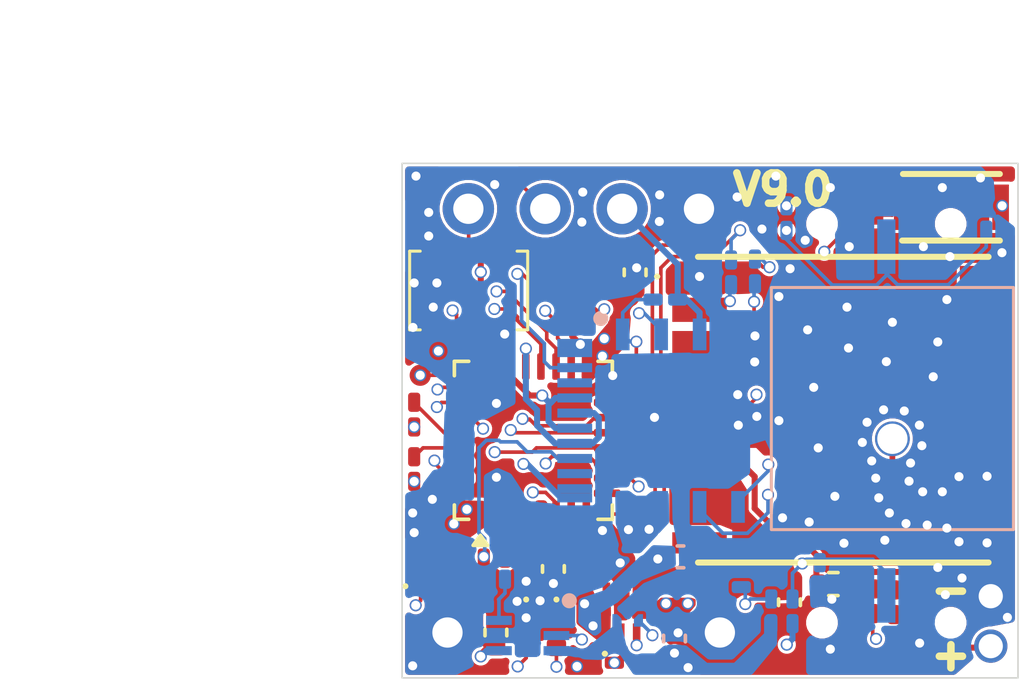
<source format=kicad_pcb>
(kicad_pcb (version 20241229) (generator "pcbnew") (generator_version "9.0")
  (layers (0 "F.Cu" signal) (4 "In1.Cu" signal) (6 "In2.Cu" signal) (8 "In3.Cu" signal) (10 "In4.Cu" signal) (2 "B.Cu" signal) (13 "F.Paste" user) (15 "B.Paste" user) (5 "F.SilkS" user "F.Silkscreen") (7 "B.SilkS" user "B.Silkscreen") (1 "F.Mask" user) (3 "B.Mask" user) (25 "Edge.Cuts" user))
  (net 0 "")
  (net 1 "+3.3V")
  (net 2 "vusb")
  (net 3 "/B1")
  (net 4 "/AUX_EN")
  (net 5 "3.3V_AUX")
  (net 6 "/USB_DETECT")
  (net 7 "Net-(U1-PB5)")
  (net 8 "/B_PW")
  (net 9 "Net-(U1-PB6)")
  (net 10 "BAT+")
  (net 11 "3.3V_GPS")
  (net 12 "/NRST")
  (net 13 "/D+")
  (net 16 "/D-")
  (net 22 "Net-(IC4-RXD)")
  (net 23 "Net-(IC4-TXD)")
  (net 25 "Net-(IC5-PROG)")
  (net 27 "/OLED_SCL")
  (net 28 "/OLED_SDA")
  (net 30 "Net-(LEDBLUE1-A)")
  (net 31 "Net-(LEDGREEN1-A)")
  (net 32 "/GPS_TX")
  (net 33 "/GPS_RX")
  (net 34 "/SPI_CS")
  (net 35 "/SWCLK")
  (net 36 "/SWDIO")
  (net 37 "/SPI_MISO")
  (net 38 "/SPI_CLK")
  (net 39 "/SPI_MOSI")
  (net 40 "/GPS_EN")
  (net 42 "Net-(U2-EN)")
  (net 43 "Net-(J3-CC1)")
  (net 44 "Net-(U1-PH3)")
  (net 45 "Net-(IC5-~{CHRG})")
  (net 46 "Net-(LEDRED1-A)")
  (net 47 "Net-(J3-CC2)")
  (net 48 "/GPS_EXTINT")
  (net 49 "/ADC_BAT")
  (net 52 "GND")
  (net 53 "Net-(IC4-RF_IN)")
  (net 54 "Net-(C8-Pad2)")
  (net 55 "/GPIO_SUP")
  (net 56 "Net-(IC4-V_BCKP)")
  (footprint "Capacitor_SMD:C_0201_0603Metric_Pad0.64x0.40mm_HandSolder" (layer "F.Cu") (at 100.8 95.1 -90)
    (property "Reference" "C13" (hide yes))
    (property "Value" "100n" (hide yes))
  )
  (footprint "Package_DFN_QFN:QFN-32-1EP_5x5mm_P0.5mm_EP3.45x3.45mm" (layer "F.Cu") (at 98.3375 100.65 90)
    (property "Reference" "U1" (hide yes))
    (property "Value" "STM32L432KCUx" (hide yes))
  )
  (footprint "Capacitor_SMD:C_0201_0603Metric_Pad0.64x0.40mm_HandSolder" (layer "F.Cu") (at 109.7 92.8 90)
    (property "Reference" "C18" (hide yes))
    (property "Value" "100n" (hide yes))
  )
  (footprint "Capacitor_SMD:C_0201_0603Metric_Pad0.64x0.40mm_HandSolder" (layer "F.Cu") (at 102.34 100.3 90)
    (property "Reference" "C25" (hide yes))
    (property "Value" "100n" (hide yes))
  )
  (footprint "Resistor_SMD:R_0201_0603Metric_Pad0.64x0.40mm_HandSolder" (layer "F.Cu") (at 110.95 106 -90)
    (property "Reference" "R10" (hide yes))
    (property "Value" "470k" (hide yes))
  )
  (footprint "Capacitor_SMD:C_0402_1005Metric" (layer "F.Cu") (at 97.1 107 90)
    (property "Reference" "C29" (hide yes))
    (property "Value" "1u" (hide yes))
  )
  (footprint "Capacitor_SMD:C_0402_1005Metric" (layer "F.Cu") (at 101.7 95.1 -90)
    (property "Reference" "C19" (hide yes))
    (property "Value" "4.7u" (hide yes))
  )
  (footprint "Resistor_SMD:R_0201_0603Metric_Pad0.64x0.40mm_HandSolder" (layer "F.Cu") (at 100.0325 96.5 180)
    (property "Reference" "R3" (hide yes))
    (property "Value" "470k" (hide yes))
  )
  (footprint "Resistor_SMD:R_0201_0603Metric_Pad0.64x0.40mm_HandSolder" (layer "F.Cu") (at 95.3 104.5)
    (property "Reference" "R4" (hide yes))
    (property "Value" "510R" (hide yes))
  )
  (footprint "samacsys:pad_0.7mm" (layer "F.Cu") (at 95.2 97.7)
    (property "Reference" "TP4" (hide yes))
    (property "Value" "SWDIO" (hide yes))
  )
  (footprint "Capacitor_SMD:C_0201_0603Metric_Pad0.64x0.40mm_HandSolder" (layer "F.Cu") (at 95.3 103.8)
    (property "Reference" "C10" (hide yes))
    (property "Value" "100n" (hide yes))
  )
  (footprint "Resistor_SMD:R_0201_0603Metric_Pad0.64x0.40mm_HandSolder" (layer "F.Cu") (at 94.4 101.6 -90)
    (property "Reference" "R2" (hide yes))
    (property "Value" "510R" (hide yes))
  )
  (footprint "Capacitor_SMD:C_0402_1005Metric" (layer "F.Cu") (at 99 104.9 90)
    (property "Reference" "C16" (hide yes))
    (property "Value" "1u" (hide yes))
  )
  (footprint "Resistor_SMD:R_0201_0603Metric_Pad0.64x0.40mm_HandSolder" (layer "F.Cu") (at 100.6075 108)
    (property "Reference" "R21" (hide yes))
    (property "Value" "100k" (hide yes))
  )
  (footprint "Capacitor_SMD:C_0201_0603Metric_Pad0.64x0.40mm_HandSolder" (layer "F.Cu") (at 97.4 104.95 90)
    (property "Reference" "C27" (hide yes))
    (property "Value" "100n" (hide yes))
  )
  (footprint "Capacitor_SMD:C_0201_0603Metric_Pad0.64x0.40mm_HandSolder" (layer "F.Cu") (at 98.1 104.95 90)
    (property "Reference" "C15" (hide yes))
    (property "Value" "10n" (hide yes))
  )
  (footprint "LED_SMD:LED_0402_1005Metric" (layer "F.Cu") (at 99.1 107 -90)
    (property "Reference" "LEDGREEN1" (hide yes))
    (property "Value" "150040GS73240" (hide yes))
  )
  (footprint "samacsys2:BAT_PAD_1mm" (layer "F.Cu") (at 113.45 107.45)
    (property "Reference" "TP2" (hide yes))
    (property "Value" "TestPoint" (hide yes))
  )
  (footprint "samacsys:KXT341LHS" (layer "F.Cu") (at 112.15 92.95)
    (property "Reference" "SW4" (hide yes))
    (property "Value" "boot" (hide yes))
  )
  (footprint "Resistor_SMD:R_0201_0603Metric_Pad0.64x0.40mm_HandSolder" (layer "F.Cu") (at 109 92.8 90)
    (property "Reference" "R6" (hide yes))
    (property "Value" "20k" (hide yes))
  )
  (footprint "Resistor_SMD:R_0201_0603Metric_Pad0.64x0.40mm_HandSolder" (layer "F.Cu") (at 99.4 95.1 -90)
    (property "Reference" "R19" (hide yes))
    (property "Value" "470k" (hide yes))
  )
  (footprint "samacsys2:BAT_PAD_1mm" (layer "F.Cu") (at 113.45 105.8)
    (property "Reference" "TP1" (hide yes))
    (property "Value" "TestPoint" (hide yes))
  )
  (footprint "Resistor_SMD:R_0201_0603Metric_Pad0.64x0.40mm_HandSolder" (layer "F.Cu") (at 100.8 104.7 180)
    (property "Reference" "R20" (hide yes))
    (property "Value" "100k" (hide yes))
  )
  (footprint "samacsys:MAXM10S00B" (layer "F.Cu") (at 108.5775 99.6375 180)
    (property "Reference" "IC4" (hide yes))
    (property "Value" "MAX-M10S-00B" (hide yes))
  )
  (footprint "Resistor_SMD:R_0201_0603Metric_Pad0.64x0.40mm_HandSolder" (layer "F.Cu") (at 98.7 95.0675 90)
    (property "Reference" "R22" (hide yes))
    (property "Value" "5.1k" (hide yes))
  )
  (footprint "samacsys2:TPS22960RSER" (layer "F.Cu") (at 101.25 106.3 90)
    (property "Reference" "IC1" (hide yes))
    (property "Value" "TPS22960RSER" (hide yes))
  )
  (footprint "Resistor_SMD:R_0201_0603Metric_Pad0.64x0.40mm_HandSolder" (layer "F.Cu") (at 94.4 99.8 -90)
    (property "Reference" "R1" (hide yes))
    (property "Value" "510R" (hide yes))
  )
  (footprint "Capacitor_SMD:C_0201_0603Metric_Pad0.64x0.40mm_HandSolder" (layer "F.Cu") (at 100.1 95.1 90)
    (property "Reference" "C14" (hide yes))
    (property "Value" "100n" (hide yes))
  )
  (footprint "Capacitor_SMD:C_0201_0603Metric_Pad0.64x0.40mm_HandSolder" (layer "F.Cu") (at 105.9 106 -90)
    (property "Reference" "C26" (hide yes))
    (property "Value" "100n" (hide yes))
  )
  (footprint "samacsys:pad_0.7mm" (layer "F.Cu") (at 94.6 98.5)
    (property "Reference" "TP3" (hide yes))
    (property "Value" "SWCLK" (hide yes))
  )
  (footprint "Resistor_SMD:R_0201_0603Metric_Pad0.64x0.40mm_HandSolder" (layer "F.Cu") (at 96.7 104.95 -90)
    (property "Reference" "R23" (hide yes))
    (property "Value" "5.1k" (hide yes))
  )
  (footprint "samacsys2:5035480622" (layer "F.Cu") (at 96.2 95.7 180)
    (property "Reference" "J2" (hide yes))
    (property "Value" "503548-0622" (hide yes))
  )
  (footprint "LED_SMD:LED_0402_1005Metric" (layer "F.Cu") (at 98.1 107 -90)
    (property "Reference" "LEDBLUE1" (hide yes))
    (property "Value" "150040BS73240" (hide yes))
  )
  (footprint "Resistor_SMD:R_0201_0603Metric_Pad0.64x0.40mm_HandSolder" (layer "F.Cu") (at 110.25 106 -90)
    (property "Reference" "R16" (hide yes))
    (property "Value" "470k" (hide yes))
  )
  (footprint "Capacitor_SMD:C_0402_1005Metric" (layer "F.Cu") (at 106.8 106 -90)
    (property "Reference" "C28" (hide yes))
    (property "Value" "4.7u" (hide yes))
  )
  (footprint "Resistor_SMD:R_0402_1005Metric" (layer "F.Cu") (at 108.25 105.4 180)
    (property "Reference" "R8" (hide yes))
    (property "Value" "0R" (hide yes))
  )
  (footprint "LED_SMD:LED_0402_1005Metric" (layer "F.Cu") (at 95.2 105.47)
    (property "Reference" "LEDRED1" (hide yes))
    (property "Value" "150040RS73240" (hide yes))
  )
  (footprint "Capacitor_SMD:C_0201_0603Metric_Pad0.64x0.40mm_HandSolder" (layer "F.Cu") (at 109.55 105.9675 90)
    (property "Reference" "C8" (hide yes))
    (property "Value" "100n" (hide yes))
  )
  (footprint "Capacitor_SMD:C_0402_1005Metric" (layer "B.Cu") (at 103.2 104.5)
    (property "Reference" "C1" (hide yes))
    (property "Value" "1u" (hide yes))
  )
  (footprint "Capacitor_SMD:C_0402_1005Metric" (layer "B.Cu") (at 103 107.2 90)
    (property "Reference" "C4" (hide yes))
    (property "Value" "1u" (hide yes))
  )
  (footprint "samacsys2:SON50P200X200X80-7N-D" (layer "B.Cu") (at 98.15 107.1 180)
    (property "Reference" "IC5" (hide yes))
    (property "Value" "LTC4065EDC#TRMPBF" (hide yes))
  )
  (footprint "Resistor_SMD:R_0201_0603Metric_Pad0.64x0.40mm_HandSolder" (layer "B.Cu") (at 106.2 106.3 -90)
    (property "Reference" "R18" (hide yes))
    (property "Value" "120k" (hide yes))
  )
  (footprint "samacsys2:ssd1306_5point" (layer "B.Cu") (at 100 100 180)
    (property "Reference" "U4" (hide yes))
    (property "Value" "~" (hide yes))
  )
  (footprint "Capacitor_SMD:C_0201_0603Metric_Pad0.64x0.40mm_HandSolder" (layer "B.Cu") (at 113.3 93.3 90)
    (property "Reference" "C7" (hide yes))
    (property "Value" "100n" (hide yes))
  )
  (footprint "samacsys:USB4110GFA" (layer "B.Cu") (at 96.027 100 90)
    (property "Reference" "J3" (hide yes))
    (property "Value" "USB4110-GF-A" (hide yes))
  )
  (footprint "Resistor_SMD:R_0201_0603Metric_Pad0.64x0.40mm_HandSolder" (layer "B.Cu") (at 104.8 105.5)
    (property "Reference" "R5" (hide yes))
    (property "Value" "20k" (hide yes))
  )
  (footprint "Resistor_SMD:R_0201_0603Metric_Pad0.64x0.40mm_HandSolder" (layer "B.Cu") (at 106.7 93.3075 90)
    (property "Reference" "R7" (hide yes))
    (property "Value" "20k" (hide yes))
  )
  (footprint "samacsys:PTS845VM20PSMTR4LFS" (layer "B.Cu") (at 110 93.425)
    (property "Reference" "S1" (hide yes))
    (property "Value" "PTS845VM20PSMTR4_LFS" (hide yes))
  )
  (footprint "Capacitor_SMD:C_0201_0603Metric_Pad0.64x0.40mm_HandSolder" (layer "B.Cu") (at 107.8 105.1 -90)
    (property "Reference" "C20" (hide yes))
    (property "Value" "100n" (hide yes))
  )
  (footprint "Resistor_SMD:R_0201_0603Metric_Pad0.64x0.40mm_HandSolder" (layer "B.Cu") (at 106.9 106.3 -90)
    (property "Reference" "R9" (hide yes))
    (property "Value" "20k" (hide yes))
  )
  (footprint "Resistor_SMD:R_0201_0603Metric_Pad0.64x0.40mm_HandSolder" (layer "B.Cu") (at 105.66 95.07 90)
    (property "Reference" "R12" (hide yes))
    (property "Value" "510R" (hide yes))
  )
  (footprint "Resistor_SMD:R_0201_0603Metric_Pad0.64x0.40mm_HandSolder" (layer "B.Cu") (at 102.7 96)
    (property "Reference" "R13" (hide yes))
    (property "Value" "20k" (hide yes))
  )
  (footprint "Resistor_SMD:R_0201_0603Metric_Pad0.64x0.40mm_HandSolder" (layer "B.Cu") (at 97.4 104.8325 90)
    (property "Reference" "R17" (hide yes))
    (property "Value" "20k" (hide yes))
  )
  (footprint "samacsys2:GNSS_8mmx8mm" (layer "B.Cu") (at 110.2 100.6)
    (property "Reference" "U3" (hide yes))
    (property "Value" "~" (hide yes))
  )
  (footprint "samacsys2:SON127P600X500X80-9N-D" (layer "B.Cu") (at 103.195 100 -90)
    (property "Reference" "IC6" (hide yes))
    (property "Value" "W25Q128JVPIQ" (hide yes))
  )
  (footprint "Resistor_SMD:R_0201_0603Metric_Pad0.64x0.40mm_HandSolder" (layer "B.Cu") (at 104.87 95.1 90)
    (property "Reference" "R11" (hide yes))
    (property "Value" "510R" (hide yes))
  )
  (footprint "samacsys2:PTS845VM20PSMTR4LFS" (layer "B.Cu") (at 110 106.6 180)
    (property "Reference" "S3" (hide yes))
    (property "Value" "PTS845VM20PSMTR4_LFS" (hide yes))
  )
  (footprint "samacsys:ldln025pu" (layer "B.Cu") (at 101.455 106.2075 -90)
    (property "Reference" "U2" (hide yes))
    (property "Value" "ldln025pu" (hide yes))
  )
  (footprint "Capacitor_SMD:C_0201_0603Metric_Pad0.64x0.40mm_HandSolder" (layer "B.Cu") (at 101.2 104.1 180)
    (property "Reference" "C11" (hide yes))
    (property "Value" "100n" (hide yes))
  )
  (gr_rect (start 94 91.5) (end 114.35 108.5) (stroke (width 0.05)) (fill no) (layer "Edge.Cuts"))
  (gr_text "-" (at 111.35 106.15 0) (layer "F.SilkS") (effects (font (size 1 1) (thickness 0.25) (bold yes)) (justify left bottom)))
  (gr_text "+" (at 111.35 108.3 0) (layer "F.SilkS") (effects (font (size 1 1) (thickness 0.25) (bold yes)) (justify left bottom)))
  (gr_text "V9.0" (at 104.8 92.95 0) (layer "F.SilkS") (effects (font (size 1 1) (thickness 0.25) (bold yes)) (justify left bottom)))
  (segment (start 101.75 106.975) (end 101.75 107.42) (width 0.2) (layer "F.Cu") (net 1))
  (via (at 113.825 92.9) (size 0.4) (drill 0.3) (layers "F.Cu" "B.Cu") (net 1))
  (via (at 100.31 106.78) (size 0.4) (drill 0.3) (layers "F.Cu" "B.Cu") (net 1))
  (via (at 106.71 107.4) (size 0.4) (drill 0.3) (layers "F.Cu" "B.Cu") (net 1))
  (via (at 106.7 92.9) (size 0.4) (drill 0.3) (layers "F.Cu" "B.Cu") (net 1))
  (via (at 95.71 103.41) (size 0.4) (drill 0.3) (layers "F.Cu" "B.Cu") (net 1))
  (via (at 100.03 106.05) (size 0.4) (drill 0.3) (layers "F.Cu" "B.Cu") (net 1))
  (via (at 96.14 102.93) (size 0.4) (drill 0.3) (layers "F.Cu" "B.Cu") (net 1))
  (via (at 102.45 104.57) (size 0.4) (drill 0.3) (layers "F.Cu" "B.Cu") (net 1))
  (via (at 101.75 107.42) (size 0.4) (drill 0.3) (layers "F.Cu" "B.Cu") (net 1))
  (via (at 100.68 97.29) (size 0.4) (drill 0.3) (layers "F.Cu" "B.Cu") (net 1))
  (via (at 100.62 97.87) (size 0.4) (drill 0.3) (layers "F.Cu" "B.Cu") (net 1))
  (segment (start 106.9 107.21) (end 106.71 107.4) (width 0.2) (layer "B.Cu") (net 1))
  (segment (start 106.9 106.7075) (end 106.9 107.21) (width 0.2) (layer "B.Cu") (net 1))
  (segment (start 95.7075 104.5) (end 95.95 104.5) (width 0.2) (layer "F.Cu") (net 2))
  (segment (start 96.58 107.22) (end 96.84 107.48) (width 0.2) (layer "F.Cu") (net 2))
  (segment (start 96.25 106.11) (end 96.58 106.44) (width 0.2) (layer "F.Cu") (net 2))
  (segment (start 95.95 104.5) (end 96.25 104.8) (width 0.2) (layer "F.Cu") (net 2))
  (segment (start 96.25 104.8) (end 96.25 106.11) (width 0.2) (layer "F.Cu") (net 2))
  (segment (start 96.84 107.48) (end 97.1 107.48) (width 0.2) (layer "F.Cu") (net 2))
  (segment (start 99.625 96.5) (end 99.625 97.215) (width 0.2) (layer "F.Cu") (net 2))
  (segment (start 96.84 107.48) (end 96.6 107.72) (width 0.2) (layer "F.Cu") (net 2))
  (segment (start 96.58 106.44) (end 96.58 107.22) (width 0.2) (layer "F.Cu") (net 2))
  (segment (start 96.6 107.72) (end 96.6 107.79) (width 0.2) (layer "F.Cu") (net 2))
  (segment (start 99.625 97.215) (end 99.89 97.48) (width 0.2) (layer "F.Cu") (net 2))
  (via (at 96.6 107.79) (size 0.4) (drill 0.3) (layers "F.Cu" "B.Cu") (net 2))
  (via (at 99.89 97.48) (size 0.4) (drill 0.3) (layers "F.Cu" "B.Cu") (net 2))
  (via (at 98.01 101.43) (size 0.4) (drill 0.3) (layers "F.Cu" "B.Cu") (net 2))
  (segment (start 96.79 107.6) (end 97.2 107.6) (width 0.2) (layer "B.Cu") (net 2))
  (segment (start 99.25 102.55) (end 99.705 102.55) (width 0.2) (layer "B.Cu") (net 2))
  (segment (start 96.6 107.79) (end 96.79 107.6) (width 0.2) (layer "B.Cu") (net 2))
  (segment (start 98.13 101.43) (end 99.25 102.55) (width 0.2) (layer "B.Cu") (net 2))
  (segment (start 98.01 101.43) (end 98.13 101.43) (width 0.2) (layer "B.Cu") (net 2))
  (segment (start 95.24 98.9) (end 95.17 98.97) (width 0.12) (layer "F.Cu") (net 3))
  (segment (start 95.9 98.9) (end 95.24 98.9) (width 0.12) (layer "F.Cu") (net 3))
  (via (at 95.17 98.97) (size 0.4) (drill 0.3) (layers "F.Cu" "B.Cu") (net 3))
  (via (at 106.7 93.715) (size 0.4) (drill 0.3) (layers "F.Cu" "B.Cu") (net 3))
  (segment (start 113.3 94.26) (end 113.3 93.7075) (width 0.12) (layer "B.Cu") (net 3))
  (segment (start 112.05 95.51) (end 113.3 94.26) (width 0.12) (layer "B.Cu") (net 3))
  (segment (start 106.69 93.725) (end 106.7 93.715) (width 0.12) (layer "B.Cu") (net 3))
  (segment (start 106.69 94) (end 106.69 93.725) (width 0.12) (layer "B.Cu") (net 3))
  (segment (start 110 95.2) (end 109.68 95.52) (width 0.12) (layer "B.Cu") (net 3))
  (segment (start 109.68 95.52) (end 108.21 95.52) (width 0.12) (layer "B.Cu") (net 3))
  (segment (start 110 94.25) (end 110 95.14) (width 0.12) (layer "B.Cu") (net 3))
  (segment (start 110.37 95.51) (end 112.05 95.51) (width 0.12) (layer "B.Cu") (net 3))
  (segment (start 110 95.14) (end 110.37 95.51) (width 0.12) (layer "B.Cu") (net 3))
  (segment (start 110 94.25) (end 110 95.2) (width 0.12) (layer "B.Cu") (net 3))
  (segment (start 108.21 95.52) (end 106.69 94) (width 0.12) (layer "B.Cu") (net 3))
  (segment (start 101.54 101.9) (end 100.775 101.9) (width 0.12) (layer "F.Cu") (net 4))
  (segment (start 101.815 102.175) (end 101.54 101.9) (width 0.12) (layer "F.Cu") (net 4))
  (segment (start 101.25 106.975) (end 101.25 107.765) (width 0.12) (layer "F.Cu") (net 4))
  (segment (start 101.25 107.765) (end 101.015 108) (width 0.12) (layer "F.Cu") (net 4))
  (via (at 101.815 102.175) (size 0.4) (drill 0.3) (layers "F.Cu" "B.Cu") (net 4))
  (via (at 101.015 108) (size 0.4) (drill 0.3) (layers "F.Cu" "B.Cu") (net 4))
  (segment (start 96.6 94.475) (end 96.6 95.09) (width 0.2) (layer "F.Cu") (net 5))
  (segment (start 96.6 95.09) (end 96.6 96.925) (width 0.2) (layer "F.Cu") (net 5))
  (via (at 102.16 103.59) (size 0.4) (drill 0.3) (layers "F.Cu" "B.Cu") (net 5))
  (via (at 101.48 103.6) (size 0.4) (drill 0.3) (layers "F.Cu" "B.Cu") (net 5))
  (via (at 96.6 95.09) (size 0.4) (drill 0.3) (layers "F.Cu" "B.Cu") (net 5))
  (via (at 102.72 106.04) (size 0.4) (drill 0.3) (layers "F.Cu" "B.Cu") (net 5))
  (via (at 103.44 106.04) (size 0.4) (drill 0.3) (layers "F.Cu" "B.Cu") (net 5))
  (segment (start 103.83 97.15) (end 103.83 96.43) (width 0.2) (layer "B.Cu") (net 5))
  (segment (start 103.1075 96) (end 103.1075 94.8375) (width 0.2) (layer "B.Cu") (net 5))
  (segment (start 103.83 97.15) (end 103.83 96.74) (width 0.2) (layer "B.Cu") (net 5))
  (segment (start 103.4 96) (end 103.1075 96) (width 0.2) (layer "B.Cu") (net 5))
  (segment (start 103.83 96.43) (end 103.4 96) (width 0.2) (layer "B.Cu") (net 5))
  (segment (start 103.1075 94.8375) (end 101.27 93) (width 0.2) (layer "B.Cu") (net 5))
  (segment (start 100.44 96.5) (end 100.5 96.5) (width 0.12) (layer "F.Cu") (net 6))
  (segment (start 100.44 96.37) (end 100.1 96.03) (width 0.12) (layer "F.Cu") (net 6))
  (segment (start 99.4 95.5075) (end 100.1 95.5075) (width 0.12) (layer "F.Cu") (net 6))
  (segment (start 100.44 96.5) (end 100.44 96.37) (width 0.12) (layer "F.Cu") (net 6))
  (segment (start 96.675 100.265) (end 96.31 99.9) (width 0.12) (layer "F.Cu") (net 6))
  (segment (start 96.31 99.9) (end 95.9 99.9) (width 0.12) (layer "F.Cu") (net 6))
  (segment (start 100.5 96.5) (end 100.68 96.32) (width 0.12) (layer "F.Cu") (net 6))
  (segment (start 100.1 96.03) (end 100.1 95.5075) (width 0.12) (layer "F.Cu") (net 6))
  (via (at 100.68 96.32) (size 0.4) (drill 0.3) (layers "F.Cu" "B.Cu") (net 6))
  (via (at 96.675 100.265) (size 0.4) (drill 0.3) (layers "F.Cu" "B.Cu") (net 6))
  (segment (start 95.39 100.4) (end 94.4 99.41) (width 0.12) (layer "F.Cu") (net 7))
  (segment (start 94.4 99.41) (end 94.4 99.3925) (width 0.12) (layer "F.Cu") (net 7))
  (segment (start 95.9 100.4) (end 95.39 100.4) (width 0.12) (layer "F.Cu") (net 7))
  (segment (start 98.32 102.37) (end 98.74 102.37) (width 0.12) (layer "F.Cu") (net 8))
  (segment (start 99.0875 102.7175) (end 99.0875 103.0875) (width 0.12) (layer "F.Cu") (net 8))
  (segment (start 98.74 102.37) (end 99.0875 102.7175) (width 0.12) (layer "F.Cu") (net 8))
  (via (at 98.32 102.37) (size 0.4) (drill 0.3) (layers "F.Cu" "B.Cu") (net 8))
  (via (at 107.22 104.72) (size 0.4) (drill 0.3) (layers "F.Cu" "B.Cu") (net 8))
  (segment (start 110 105.03) (end 109.55 104.58) (width 0.12) (layer "B.Cu") (net 8))
  (segment (start 106.9 105.8925) (end 106.9 105.04) (width 0.12) (layer "B.Cu") (net 8))
  (segment (start 107.36 104.58) (end 107.22 104.72) (width 0.12) (layer "B.Cu") (net 8))
  (segment (start 106.9 105.04) (end 107.22 104.72) (width 0.12) (layer "B.Cu") (net 8))
  (segment (start 109.55 104.58) (end 107.36 104.58) (width 0.12) (layer "B.Cu") (net 8))
  (segment (start 110 105.775) (end 110 105.03) (width 0.12) (layer "B.Cu") (net 8))
  (segment (start 94.6925 100.9) (end 94.4 101.1925) (width 0.12) (layer "F.Cu") (net 9))
  (segment (start 95.9 100.9) (end 94.6925 100.9) (width 0.12) (layer "F.Cu") (net 9))
  (segment (start 111.985 107.5) (end 113.32 107.5) (width 0.2) (layer "F.Cu") (net 10))
  (segment (start 110.9825 105.56) (end 111.21 105.56) (width 0.2) (layer "F.Cu") (net 10))
  (segment (start 108.76 105.4) (end 108.76 105.39) (width 0.2) (layer "F.Cu") (net 10))
  (segment (start 110.95 105.5925) (end 110.9825 105.56) (width 0.2) (layer "F.Cu") (net 10))
  (segment (start 110.8 105.35) (end 110.8 105.4425) (width 0.2) (layer "F.Cu") (net 10))
  (segment (start 111.21 105.56) (end 111.45 105.8) (width 0.2) (layer "F.Cu") (net 10))
  (segment (start 109.15 105) (end 110.45 105) (width 0.2) (layer "F.Cu") (net 10))
  (segment (start 111.45 106.965) (end 111.985 107.5) (width 0.2) (layer "F.Cu") (net 10))
  (segment (start 113.32 107.5) (end 113.36 107.54) (width 0.2) (layer "F.Cu") (net 10))
  (segment (start 111.45 105.8) (end 111.45 106.965) (width 0.2) (layer "F.Cu") (net 10))
  (segment (start 110.45 105) (end 110.8 105.35) (width 0.2) (layer "F.Cu") (net 10))
  (segment (start 108.76 105.39) (end 109.15 105) (width 0.2) (layer "F.Cu") (net 10))
  (segment (start 110.8 105.4425) (end 110.95 105.5925) (width 0.2) (layer "F.Cu") (net 10))
  (via (at 103 107.68) (size 0.4) (drill 0.3) (layers "F.Cu" "B.Cu") (net 10))
  (via (at 103.45 108.16) (size 0.4) (drill 0.3) (layers "F.Cu" "B.Cu") (net 10))
  (segment (start 103.45 108.16) (end 103.4 108.16) (width 0.2) (layer "B.Cu") (net 10))
  (segment (start 103.4 108.16) (end 103.4 108.08) (width 0.2) (layer "B.Cu") (net 10))
  (segment (start 97.4 104.19) (end 97.4 104.5425) (width 0.12) (layer "F.Cu") (net 12))
  (segment (start 98.0875 103.5025) (end 97.4 104.19) (width 0.12) (layer "F.Cu") (net 12))
  (segment (start 98.0875 103.0875) (end 98.0875 103.5025) (width 0.12) (layer "F.Cu") (net 12))
  (segment (start 98.63 99.17) (end 98.22 99.17) (width 0.2) (layer "F.Cu") (net 13))
  (segment (start 98.22 99.17) (end 97.5875 98.5375) (width 0.2) (layer "F.Cu") (net 13))
  (segment (start 97.5875 98.5375) (end 97.5875 98.2125) (width 0.2) (layer "F.Cu") (net 13))
  (via (at 98.63 99.17) (size 0.4) (drill 0.3) (layers "F.Cu" "B.Cu") (net 13))
  (segment (start 98.94 99.38) (end 99.07 99.25) (width 0.2) (layer "B.Cu") (net 13))
  (segment (start 99.705 100.25) (end 99.07 100.25) (width 0.2) (layer "B.Cu") (net 13))
  (segment (start 98.94 99.38) (end 98.84 99.38) (width 0.2) (layer "B.Cu") (net 13))
  (segment (start 98.84 99.48) (end 98.94 99.38) (width 0.2) (layer "B.Cu") (net 13))
  (segment (start 99.07 100.25) (end 98.84 100.02) (width 0.2) (layer "B.Cu") (net 13))
  (segment (start 98.84 100.02) (end 98.84 99.48) (width 0.2) (layer "B.Cu") (net 13))
  (segment (start 99.07 99.25) (end 99.705 99.25) (width 0.2) (layer "B.Cu") (net 13))
  (segment (start 98.84 99.38) (end 98.63 99.17) (width 0.2) (layer "B.Cu") (net 13))
  (segment (start 98.09 98.21) (end 98.0875 98.2125) (width 0.2) (layer "F.Cu") (net 16))
  (segment (start 98.09 97.62) (end 98.09 98.21) (width 0.2) (layer "F.Cu") (net 16))
  (via (at 98.09 97.62) (size 0.4) (drill 0.3) (layers "F.Cu" "B.Cu") (net 16))
  (segment (start 100.5 99.91) (end 100.5 100.55) (width 0.2) (layer "B.Cu") (net 16))
  (segment (start 98.09 97.62) (end 98.09 99.28) (width 0.2) (layer "B.Cu") (net 16))
  (segment (start 98.09 99.28) (end 98.46 99.65) (width 0.2) (layer "B.Cu") (net 16))
  (segment (start 100.3 100.75) (end 99.705 100.75) (width 0.2) (layer "B.Cu") (net 16))
  (segment (start 98.46 100.16) (end 99.05 100.75) (width 0.2) (layer "B.Cu") (net 16))
  (segment (start 98.46 99.65) (end 98.46 100.16) (width 0.2) (layer "B.Cu") (net 16))
  (segment (start 100.34 99.75) (end 100.5 99.91) (width 0.2) (layer "B.Cu") (net 16))
  (segment (start 100.5 100.55) (end 100.3 100.75) (width 0.2) (layer "B.Cu") (net 16))
  (segment (start 99.705 99.75) (end 100.34 99.75) (width 0.2) (layer "B.Cu") (net 16))
  (segment (start 99.05 100.75) (end 99.705 100.75) (width 0.2) (layer "B.Cu") (net 16))
  (segment (start 103.8275 97.4375) (end 104.7325 97.4375) (width 0.12) (layer "F.Cu") (net 22))
  (segment (start 104.7325 97.4375) (end 105.5 96.67) (width 0.12) (layer "F.Cu") (net 22))
  (segment (start 105.5 96.67) (end 105.63 96.54) (width 0.12) (layer "F.Cu") (net 22))
  (segment (start 105.63 96.54) (end 105.63 96.07) (width 0.12) (layer "F.Cu") (net 22))
  (via (at 105.63 96.07) (size 0.4) (drill 0.3) (layers "F.Cu" "B.Cu") (net 22))
  (segment (start 105.63 95.5075) (end 105.66 95.4775) (width 0.12) (layer "B.Cu") (net 22))
  (segment (start 105.63 96.07) (end 105.63 95.5075) (width 0.12) (layer "B.Cu") (net 22))
  (segment (start 103.8275 96.3375) (end 104.5425 96.3375) (width 0.12) (layer "F.Cu") (net 23))
  (segment (start 104.5425 96.3375) (end 104.83 96.05) (width 0.12) (layer "F.Cu") (net 23))
  (via (at 104.83 96.05) (size 0.4) (drill 0.3) (layers "F.Cu" "B.Cu") (net 23))
  (segment (start 104.83 96.05) (end 104.83 95.5475) (width 0.12) (layer "B.Cu") (net 23))
  (segment (start 104.83 95.5475) (end 104.87 95.5075) (width 0.12) (layer "B.Cu") (net 23))
  (segment (start 97.4 105.7) (end 97.19 105.91) (width 0.12) (layer "B.Cu") (net 25))
  (segment (start 97.19 105.91) (end 97.2 105.92) (width 0.12) (layer "B.Cu") (net 25))
  (segment (start 97.2 105.92) (end 97.2 106.6) (width 0.12) (layer "B.Cu") (net 25))
  (segment (start 97.4 105.24) (end 97.4 105.7) (width 0.12) (layer "B.Cu") (net 25))
  (segment (start 97.45 95.73) (end 97.12 95.73) (width 0.12) (layer "F.Cu") (net 27))
  (segment (start 96.2 95.84) (end 95.41 95.05) (width 0.12) (layer "F.Cu") (net 27))
  (segment (start 97.57 91.84) (end 98.73 93) (width 0.12) (layer "F.Cu") (net 27))
  (segment (start 94.35 92.97) (end 95.48 91.84) (width 0.12) (layer "F.Cu") (net 27))
  (segment (start 94.35 94.82) (end 94.35 92.97) (width 0.12) (layer "F.Cu") (net 27))
  (segment (start 94.58 95.05) (end 94.35 94.82) (width 0.12) (layer "F.Cu") (net 27))
  (segment (start 95.48 91.84) (end 97.57 91.84) (width 0.12) (layer "F.Cu") (net 27))
  (segment (start 98.78 97.31) (end 98.78 97.06) (width 0.12) (layer "F.Cu") (net 27))
  (segment (start 99.0875 98.2125) (end 99.0875 97.6175) (width 0.12) (layer "F.Cu") (net 27))
  (segment (start 96.2 96.925) (end 96.2 95.84) (width 0.12) (layer "F.Cu") (net 27))
  (segment (start 95.41 95.05) (end 94.58 95.05) (width 0.12) (layer "F.Cu") (net 27))
  (segment (start 98.78 97.06) (end 97.45 95.73) (width 0.12) (layer "F.Cu") (net 27))
  (segment (start 99.0875 97.6175) (end 98.78 97.31) (width 0.12) (layer "F.Cu") (net 27))
  (via (at 97.12 95.73) (size 0.4) (drill 0.3) (layers "F.Cu" "B.Cu") (net 27))
  (segment (start 98.5875 97.4675) (end 98.1 96.98) (width 0.12) (layer "F.Cu") (net 28))
  (segment (start 98.1 96.98) (end 97.81 96.69) (width 0.12) (layer "F.Cu") (net 28))
  (segment (start 97.81 96.57) (end 97.55 96.31) (width 0.12) (layer "F.Cu") (net 28))
  (segment (start 98.5875 98.2125) (end 98.5875 97.4675) (width 0.12) (layer "F.Cu") (net 28))
  (segment (start 97.55 96.31) (end 97.05 96.31) (width 0.12) (layer "F.Cu") (net 28))
  (segment (start 96.2 93.01) (end 96.19 93) (width 0.12) (layer "F.Cu") (net 28))
  (segment (start 96.2 94.475) (end 96.2 93.01) (width 0.12) (layer "F.Cu") (net 28))
  (segment (start 97.81 96.69) (end 97.81 96.57) (width 0.12) (layer "F.Cu") (net 28))
  (via (at 97.05 96.31) (size 0.4) (drill 0.3) (layers "F.Cu" "B.Cu") (net 28))
  (segment (start 98.1 107.84) (end 97.82 108.12) (width 0.12) (layer "F.Cu") (net 30))
  (segment (start 98.1 107.485) (end 98.1 107.84) (width 0.12) (layer "F.Cu") (net 30))
  (via (at 97.82 108.12) (size 0.4) (drill 0.3) (layers "F.Cu" "B.Cu") (net 30))
  (via (at 94.4 102.0075) (size 0.4) (drill 0.3) (layers "F.Cu" "B.Cu") (net 30))
  (segment (start 99.1 107.485) (end 98.995 107.485) (width 0.12) (layer "F.Cu") (net 31))
  (segment (start 99.1 108.13) (end 99.1 107.485) (width 0.12) (layer "F.Cu") (net 31))
  (via (at 94.4 100.2075) (size 0.4) (drill 0.3) (layers "F.Cu" "B.Cu") (net 31))
  (via (at 99.1 108.13) (size 0.4) (drill 0.3) (layers "F.Cu" "B.Cu") (net 31))
  (segment (start 101.45 101.21) (end 102.36 102.12) (width 0.12) (layer "F.Cu") (net 32))
  (segment (start 102.36 102.4) (end 102.01 102.75) (width 0.12) (layer "F.Cu") (net 32))
  (segment (start 102.36 102.12) (end 102.36 102.4) (width 0.12) (layer "F.Cu") (net 32))
  (segment (start 101.45 99.641126) (end 101.45 101.21) (width 0.12) (layer "F.Cu") (net 32))
  (segment (start 102.01 102.75) (end 101.59 102.75) (width 0.12) (layer "F.Cu") (net 32))
  (segment (start 101.59 102.75) (end 101.24 102.4) (width 0.12) (layer "F.Cu") (net 32))
  (segment (start 102.6 94.2) (end 102.27 94.53) (width 0.12) (layer "F.Cu") (net 32))
  (segment (start 102.6 94.2) (end 104.68 94.2) (width 0.12) (layer "F.Cu") (net 32))
  (segment (start 102.27 98.821126) (end 101.45 99.641126) (width 0.12) (layer "F.Cu") (net 32))
  (segment (start 104.68 94.2) (end 105.17 93.71) (width 0.12) (layer "F.Cu") (net 32))
  (segment (start 102.27 94.53) (end 102.27 98.821126) (width 0.12) (layer "F.Cu") (net 32))
  (segment (start 101.24 102.4) (end 100.775 102.4) (width 0.12) (layer "F.Cu") (net 32))
  (via (at 105.17 93.71) (size 0.4) (drill 0.3) (layers "F.Cu" "B.Cu") (net 32))
  (segment (start 105.17 93.72) (end 105.17 93.71) (width 0.12) (layer "B.Cu") (net 32))
  (segment (start 104.87 94.6925) (end 104.87 94.02) (width 0.12) (layer "B.Cu") (net 32))
  (segment (start 104.87 94.02) (end 105.17 93.72) (width 0.12) (layer "B.Cu") (net 32))
  (segment (start 105.9275 94.93) (end 105.5775 94.58) (width 0.12) (layer "F.Cu") (net 33))
  (segment (start 102.92 94.58) (end 102.55 94.95) (width 0.12) (layer "F.Cu") (net 33))
  (segment (start 102.55 98.9) (end 101.79 99.66) (width 0.12) (layer "F.Cu") (net 33))
  (segment (start 101.79 99.66) (end 101.79 101.09) (width 0.12) (layer "F.Cu") (net 33))
  (segment (start 106.14 94.93) (end 105.9275 94.93) (width 0.12) (layer "F.Cu") (net 33))
  (segment (start 102.66 102.51) (end 102.0825 103.0875) (width 0.12) (layer "F.Cu") (net 33))
  (segment (start 101.79 101.09) (end 102.66 101.96) (width 0.12) (layer "F.Cu") (net 33))
  (segment (start 102.0825 103.0875) (end 100.0875 103.0875) (width 0.12) (layer "F.Cu") (net 33))
  (segment (start 102.66 101.96) (end 102.66 102.51) (width 0.12) (layer "F.Cu") (net 33))
  (segment (start 105.5775 94.58) (end 102.92 94.58) (width 0.12) (layer "F.Cu") (net 33))
  (segment (start 102.55 94.95) (end 102.55 98.9) (width 0.12) (layer "F.Cu") (net 33))
  (via (at 106.14 94.93) (size 0.4) (drill 0.3) (layers "F.Cu" "B.Cu") (net 33))
  (segment (start 105.66 94.6625) (end 105.8725 94.6625) (width 0.12) (layer "B.Cu") (net 33))
  (segment (start 105.8725 94.6625) (end 106.14 94.93) (width 0.12) (layer "B.Cu") (net 33))
  (segment (start 101.74 98.89) (end 101.23 99.4) (width 0.12) (layer "F.Cu") (net 34))
  (segment (start 101.23 99.4) (end 100.775 99.4) (width 0.12) (layer "F.Cu") (net 34))
  (segment (start 101.74 97.39) (end 101.74 98.89) (width 0.12) (layer "F.Cu") (net 34))
  (via (at 101.74 97.39) (size 0.4) (drill 0.3) (layers "F.Cu" "B.Cu") (net 34))
  (segment (start 101.74 97.39) (end 101.53 97.39) (width 0.12) (layer "B.Cu") (net 34))
  (segment (start 101.53 97.39) (end 101.29 97.15) (width 0.12) (layer "B.Cu") (net 34))
  (segment (start 101.72 96) (end 102.2925 96) (width 0.12) (layer "B.Cu") (net 34))
  (segment (start 101.29 97.15) (end 101.29 96.43) (width 0.12) (layer "B.Cu") (net 34))
  (segment (start 101.29 96.43) (end 101.72 96) (width 0.12) (layer "B.Cu") (net 34))
  (segment (start 95.45 98.5) (end 94.6 98.5) (width 0.12) (layer "F.Cu") (net 35))
  (segment (start 96.5875 98.2125) (end 95.7375 98.2125) (width 0.12) (layer "F.Cu") (net 35))
  (segment (start 95.7375 98.2125) (end 95.45 98.5) (width 0.12) (layer "F.Cu") (net 35))
  (via (at 94.6 98.5) (size 0.4) (drill 0.3) (layers "F.Cu" "B.Cu") (net 35))
  (segment (start 95.2 97.7) (end 95.82 97.7) (width 0.12) (layer "F.Cu") (net 36))
  (segment (start 97.0875 97.7175) (end 97.0875 98.2125) (width 0.12) (layer "F.Cu") (net 36))
  (segment (start 96.93 97.58) (end 96.94 97.57) (width 0.12) (layer "F.Cu") (net 36))
  (segment (start 96.94 97.57) (end 97.0875 97.7175) (width 0.12) (layer "F.Cu") (net 36))
  (segment (start 95.82 97.7) (end 95.94 97.58) (width 0.12) (layer "F.Cu") (net 36))
  (segment (start 95.94 97.58) (end 96.93 97.58) (width 0.12) (layer "F.Cu") (net 36))
  (via (at 95.2 97.7) (size 0.4) (drill 0.3) (layers "F.Cu" "B.Cu") (net 36))
  (segment (start 98.3 101.04) (end 98.44 100.9) (width 0.12) (layer "F.Cu") (net 37))
  (segment (start 98.44 100.9) (end 100.775 100.9) (width 0.12) (layer "F.Cu") (net 37))
  (segment (start 100.775 100.9) (end 100.63 100.9) (width 0.12) (layer "F.Cu") (net 37))
  (segment (start 97.06 101.04) (end 98.3 101.04) (width 0.12) (layer "F.Cu") (net 37))
  (via (at 101.83 96.45) (size 0.4) (drill 0.3) (layers "F.Cu" "B.Cu") (net 37))
  (via (at 97.06 101.04) (size 0.4) (drill 0.3) (layers "F.Cu" "B.Cu") (net 37))
  (segment (start 102 96.45) (end 102.56 97.01) (width 0.12) (layer "B.Cu") (net 37))
  (segment (start 102.56 97.01) (end 102.56 97.15) (width 0.12) (layer "B.Cu") (net 37))
  (segment (start 101.83 96.45) (end 102 96.45) (width 0.12) (layer "B.Cu") (net 37))
  (segment (start 100.4 101.4) (end 100.775 101.4) (width 0.12) (layer "F.Cu") (net 38))
  (segment (start 98.745 101.395) (end 98.96 101.18) (width 0.12) (layer "F.Cu") (net 38))
  (segment (start 100.775 101.4) (end 100.64 101.4) (width 0.12) (layer "F.Cu") (net 38))
  (segment (start 100.18 101.18) (end 100.4 101.4) (width 0.12) (layer "F.Cu") (net 38))
  (segment (start 98.96 101.18) (end 100.18 101.18) (width 0.12) (layer "F.Cu") (net 38))
  (segment (start 98.745 101.415) (end 98.745 101.395) (width 0.12) (layer "F.Cu") (net 38))
  (via (at 98.745 101.415) (size 0.4) (drill 0.3) (layers "F.Cu" "B.Cu") (net 38))
  (via (at 106.09 102.45) (size 0.4) (drill 0.3) (layers "F.Cu" "B.Cu") (net 38))
  (segment (start 106.09 102.45) (end 106.09 103.04) (width 0.12) (layer "B.Cu") (net 38))
  (segment (start 104.6 103.72) (end 103.83 102.95) (width 0.12) (layer "B.Cu") (net 38))
  (segment (start 106.09 103.04) (end 105.41 103.72) (width 0.12) (layer "B.Cu") (net 38))
  (segment (start 103.83 102.95) (end 103.83 102.85) (width 0.12) (layer "B.Cu") (net 38))
  (segment (start 105.41 103.72) (end 104.6 103.72) (width 0.12) (layer "B.Cu") (net 38))
  (segment (start 97.68 100.4) (end 100.775 100.4) (width 0.12) (layer "F.Cu") (net 39))
  (segment (start 100.65 100.4) (end 100.64 100.39) (width 0.12) (layer "F.Cu") (net 39))
  (segment (start 100.775 100.4) (end 100.65 100.4) (width 0.12) (layer "F.Cu") (net 39))
  (segment (start 97.59 100.31) (end 97.68 100.4) (width 0.12) (layer "F.Cu") (net 39))
  (via (at 106.1 101.45) (size 0.4) (drill 0.3) (layers "F.Cu" "B.Cu") (net 39))
  (via (at 97.59 100.31) (size 0.4) (drill 0.3) (layers "F.Cu" "B.Cu") (net 39))
  (segment (start 105.1 102.66) (end 105.1 102.85) (width 0.12) (layer "B.Cu") (net 39))
  (segment (start 106.1 101.66) (end 105.1 102.66) (width 0.12) (layer "B.Cu") (net 39))
  (segment (start 106.1 101.45) (end 106.1 101.66) (width 0.12) (layer "B.Cu") (net 39))
  (segment (start 99.5875 103.8375) (end 99.5875 103.0875) (width 0.12) (layer "F.Cu") (net 40))
  (segment (start 100.75 105.625) (end 100.75 105.38) (width 0.12) (layer "F.Cu") (net 40))
  (segment (start 100.3925 104.6425) (end 99.5875 103.8375) (width 0.12) (layer "F.Cu") (net 40))
  (segment (start 100.3925 105.0225) (end 100.3925 104.7) (width 0.12) (layer "F.Cu") (net 40))
  (segment (start 100.3925 104.7) (end 100.3925 104.6425) (width 0.12) (layer "F.Cu") (net 40))
  (segment (start 100.75 105.38) (end 100.3925 105.0225) (width 0.12) (layer "F.Cu") (net 40))
  (via (at 105.34 106.06) (size 0.4) (drill 0.3) (layers "F.Cu" "B.Cu") (net 42))
  (via (at 102.27 107.09) (size 0.4) (drill 0.3) (layers "F.Cu" "B.Cu") (net 42))
  (segment (start 102.27 107.06) (end 102.27 107.09) (width 0.12) (layer "B.Cu") (net 42))
  (segment (start 105.5075 105.8925) (end 106.2 105.8925) (width 0.12) (layer "B.Cu") (net 42))
  (segment (start 105.34 105.6325) (end 105.34 106.06) (width 0.12) (layer "B.Cu") (net 42))
  (segment (start 105.2075 105.5) (end 105.34 105.6325) (width 0.12) (layer "B.Cu") (net 42))
  (segment (start 105.34 106.06) (end 105.5075 105.8925) (width 0.12) (layer "B.Cu") (net 42))
  (segment (start 101.81 106.6) (end 102.27 107.06) (width 0.12) (layer "B.Cu") (net 42))
  (via (at 96.7 104.4925) (size 0.4) (drill 0.3) (layers "F.Cu" "B.Cu") (net 43))
  (segment (start 98.13 101.03) (end 97.8 100.7) (width 0.12) (layer "B.Cu") (net 43))
  (segment (start 96.73 104.4625) (end 96.7 104.4925) (width 0.12) (layer "B.Cu") (net 43))
  (segment (start 96.54 100.895) (end 96.54 103.71) (width 0.12) (layer "B.Cu") (net 43))
  (segment (start 99.705 101.25) (end 99.14 101.25) (width 0.12) (layer "B.Cu") (net 43))
  (segment (start 96.73 103.9) (end 96.73 104.4625) (width 0.12) (layer "B.Cu") (net 43))
  (segment (start 96.7 104.4925) (end 96.7 104.5425) (width 0.12) (layer "B.Cu") (net 43))
  (segment (start 96.785 100.65) (end 96.54 100.895) (width 0.12) (layer "B.Cu") (net 43))
  (segment (start 96.54 103.71) (end 96.73 103.9) (width 0.12) (layer "B.Cu") (net 43))
  (segment (start 97.2 100.65) (end 96.785 100.65) (width 0.12) (layer "B.Cu") (net 43))
  (segment (start 98.92 101.03) (end 98.13 101.03) (width 0.12) (layer "B.Cu") (net 43))
  (segment (start 97.8 100.7) (end 97.25 100.7) (width 0.12) (layer "B.Cu") (net 43))
  (segment (start 97.25 100.7) (end 97.2 100.65) (width 0.12) (layer "B.Cu") (net 43))
  (segment (start 99.14 101.25) (end 98.92 101.03) (width 0.12) (layer "B.Cu") (net 43))
  (segment (start 95.07 101.32) (end 95.1 101.35) (width 0.12) (layer "F.Cu") (net 44))
  (segment (start 110.525 92.95) (end 110.45 92.95) (width 0.12) (layer "F.Cu") (net 44))
  (segment (start 95.1 101.35) (end 95.1 101.43) (width 0.12) (layer "F.Cu") (net 44))
  (segment (start 110.45 92.95) (end 110.19 93.21) (width 0.12) (layer "F.Cu") (net 44))
  (segment (start 95.1 101.43) (end 95.57 101.9) (width 0.12) (layer "F.Cu") (net 44))
  (segment (start 110.1875 93.2075) (end 109.7 93.2075) (width 0.12) (layer "F.Cu") (net 44))
  (segment (start 110.19 93.21) (end 110.1875 93.2075) (width 0.12) (layer "F.Cu") (net 44))
  (segment (start 109 93.37) (end 107.95 94.42) (width 0.12) (layer "F.Cu") (net 44))
  (segment (start 109 93.2075) (end 109.7 93.2075) (width 0.12) (layer "F.Cu") (net 44))
  (segment (start 95.57 101.9) (end 95.9 101.9) (width 0.12) (layer "F.Cu") (net 44))
  (segment (start 109 93.2075) (end 109 93.37) (width 0.12) (layer "F.Cu") (net 44))
  (via (at 95.07 101.32) (size 0.4) (drill 0.3) (layers "F.Cu" "B.Cu") (net 44))
  (via (at 107.95 94.42) (size 0.4) (drill 0.3) (layers "F.Cu" "B.Cu") (net 44))
  (segment (start 94.6125 105.9375) (end 94.45 106.1) (width 0.12) (layer "F.Cu") (net 45))
  (segment (start 94.715 105.47) (end 94.6125 105.5725) (width 0.12) (layer "F.Cu") (net 45))
  (segment (start 94.6125 105.5725) (end 94.6125 105.9375) (width 0.12) (layer "F.Cu") (net 45))
  (via (at 94.45 106.1) (size 0.4) (drill 0.3) (layers "F.Cu" "B.Cu") (net 45))
  (via (at 99.94 107.23) (size 0.4) (drill 0.3) (layers "F.Cu" "B.Cu") (net 45))
  (segment (start 99.81 107.1) (end 99.94 107.23) (width 0.12) (layer "B.Cu") (net 45))
  (segment (start 99.1 107.1) (end 99.81 107.1) (width 0.12) (layer "B.Cu") (net 45))
  (segment (start 95.685 105.47) (end 95.6525 105.4375) (width 0.12) (layer "F.Cu") (net 46))
  (segment (start 95.6525 105.4375) (end 95.5825 105.4375) (width 0.12) (layer "F.Cu") (net 46))
  (segment (start 94.8925 104.7475) (end 94.8925 104.5) (width 0.12) (layer "F.Cu") (net 46))
  (segment (start 95.5825 105.4375) (end 94.8925 104.7475) (width 0.12) (layer "F.Cu") (net 46))
  (segment (start 97.81 95.15) (end 97.97 95.15) (width 0.12) (layer "F.Cu") (net 47))
  (segment (start 98.3 95.48) (end 98.305 95.475) (width 0.12) (layer "F.Cu") (net 47))
  (segment (start 98.305 95.475) (end 98.7 95.475) (width 0.12) (layer "F.Cu") (net 47))
  (segment (start 97.97 95.15) (end 98.3 95.48) (width 0.12) (layer "F.Cu") (net 47))
  (via (at 97.81 95.15) (size 0.4) (drill 0.3) (layers "F.Cu" "B.Cu") (net 47))
  (segment (start 98.7 98.05) (end 98.9 98.25) (width 0.12) (layer "B.Cu") (net 47))
  (segment (start 98.9 98.25) (end 99.705 98.25) (width 0.12) (layer "B.Cu") (net 47))
  (segment (start 98.7 97.45) (end 98.7 98.05) (width 0.12) (layer "B.Cu") (net 47))
  (segment (start 97.81 95.15) (end 97.95 95.29) (width 0.12) (layer "B.Cu") (net 47))
  (segment (start 97.95 96.7) (end 98.7 97.45) (width 0.12) (layer "B.Cu") (net 47))
  (segment (start 97.95 95.29) (end 97.95 96.7) (width 0.12) (layer "B.Cu") (net 47))
  (segment (start 105.71 99.24) (end 105.71 99.14) (width 0.12) (layer "F.Cu") (net 48))
  (segment (start 103.8275 99.6375) (end 103.835 99.63) (width 0.12) (layer "F.Cu") (net 48))
  (segment (start 98.73 96.37) (end 99.14 96.78) (width 0.12) (layer "F.Cu") (net 48))
  (segment (start 105.32 99.63) (end 105.71 99.24) (width 0.12) (layer "F.Cu") (net 48))
  (segment (start 99.5875 97.7275) (end 99.5875 98.2125) (width 0.12) (layer "F.Cu") (net 48))
  (segment (start 99.14 97.28) (end 99.5875 97.7275) (width 0.12) (layer "F.Cu") (net 48))
  (segment (start 99.14 96.78) (end 99.14 97.28) (width 0.12) (layer "F.Cu") (net 48))
  (segment (start 103.835 99.63) (end 105.32 99.63) (width 0.12) (layer "F.Cu") (net 48))
  (via (at 105.71 99.14) (size 0.4) (drill 0.3) (layers "F.Cu" "B.Cu") (net 48))
  (via (at 98.73 96.37) (size 0.4) (drill 0.3) (layers "F.Cu" "B.Cu") (net 48))
  (segment (start 100.09 100.17) (end 100.36 99.9) (width 0.12) (layer "F.Cu") (net 49))
  (segment (start 98.43 100.17) (end 100.09 100.17) (width 0.12) (layer "F.Cu") (net 49))
  (segment (start 97.98 99.94) (end 98.01 99.97) (width 0.12) (layer "F.Cu") (net 49))
  (segment (start 109.55 107.1) (end 109.66 107.21) (width 0.12) (layer "F.Cu") (net 49))
  (segment (start 109.55 106.375) (end 109.55 107.1) (width 0.12) (layer "F.Cu") (net 49))
  (segment (start 100.775 99.9) (end 100.64 99.9) (width 0.12) (layer "F.Cu") (net 49))
  (segment (start 100.36 99.9) (end 100.775 99.9) (width 0.12) (layer "F.Cu") (net 49))
  (segment (start 100.64 99.9) (end 100.63 99.89) (width 0.12) (layer "F.Cu") (net 49))
  (segment (start 98.21 99.95) (end 98.43 100.17) (width 0.12) (layer "F.Cu") (net 49))
  (segment (start 98.01 99.97) (end 98.19 99.97) (width 0.12) (layer "F.Cu") (net 49))
  (segment (start 110.9175 106.375) (end 110.95 106.4075) (width 0.12) (layer "F.Cu") (net 49))
  (segment (start 109.55 106.375) (end 110.9175 106.375) (width 0.12) (layer "F.Cu") (net 49))
  (segment (start 98.19 99.97) (end 98.21 99.95) (width 0.12) (layer "F.Cu") (net 49))
  (via (at 109.66 107.21) (size 0.4) (drill 0.3) (layers "F.Cu" "B.Cu") (net 49))
  (via (at 97.98 99.94) (size 0.4) (drill 0.3) (layers "F.Cu" "B.Cu") (net 49))
  (segment (start 100.775 98.9) (end 100.775 98.695) (width 0.2) (layer "F.Cu") (net 52))
  (segment (start 100.775 98.695) (end 100.96 98.51) (width 0.2) (layer "F.Cu") (net 52))
  (via (at 110.2 96.75) (size 0.4) (drill 0.3) (layers "F.Cu" "B.Cu") (net 52))
  (via (at 95.03 96.25) (size 0.4) (drill 0.3) (layers "F.Cu" "B.Cu") (net 52))
  (via (at 94.35 103.05) (size 0.4) (drill 0.3) (layers "F.Cu" "B.Cu") (net 52))
  (via (at 114 106.5) (size 0.4) (drill 0.3) (layers "F.Cu" "B.Cu") (net 52))
  (via (at 111.55 98.55) (size 0.4) (drill 0.3) (layers "F.Cu" "B.Cu") (net 52))
  (via (at 111.85 92.3) (size 0.4) (drill 0.3) (layers "F.Cu" "B.Cu") (net 52))
  (via (at 107.45 103.35) (size 0.4) (drill 0.3) (layers "F.Cu" "B.Cu") (net 52))
  (via (at 94.4 95.45) (size 0.4) (drill 0.3) (layers "F.Cu" "B.Cu") (net 52))
  (via (at 98.1 106.515) (size 0.4) (drill 0.3) (layers "F.Cu" "B.Cu") (net 52))
  (via (at 110.8 101.4) (size 0.4) (drill 0.3) (layers "F.Cu" "B.Cu") (net 52))
  (via (at 105.72 99.86) (size 0.4) (drill 0.3) (layers "F.Cu" "B.Cu") (net 52))
  (via (at 94.35 108.1) (size 0.4) (drill 0.3) (layers "F.Cu" "B.Cu") (net 52))
  (via (at 105.09 99.14) (size 0.4) (drill 0.3) (layers "F.Cu" "B.Cu") (net 52))
  (via (at 101.2075 104.7) (size 0.4) (drill 0.3) (layers "F.Cu" "B.Cu") (net 52))
  (via (at 107.4 97) (size 0.4) (drill 0.3) (layers "F.Cu" "B.Cu") (net 52))
  (via (at 106.35 91.92) (size 0.4) (drill 0.3) (layers "F.Cu" "B.Cu") (net 52))
  (via (at 110.65 103.4) (size 0.4) (drill 0.3) (layers "F.Cu" "B.Cu") (net 52))
  (via (at 95.15 95.45) (size 0.4) (drill 0.3) (layers "F.Cu" "B.Cu") (net 52))
  (via (at 97.39 97.14) (size 0.4) (drill 0.3) (layers "F.Cu" "B.Cu") (net 52))
  (via (at 102.34 99.8925) (size 0.4) (drill 0.3) (layers "F.Cu" "B.Cu") (net 52))
  (via (at 105.66 97.2) (size 0.4) (drill 0.3) (layers "F.Cu" "B.Cu") (net 52))
  (via (at 109.362568 100.053458) (size 0.4) (drill 0.3) (layers "F.Cu" "B.Cu") (net 52))
  (via (at 111.85 102.35) (size 0.4) (drill 0.3) (layers "F.Cu" "B.Cu") (net 52))
  (via (at 111.7 104.85) (size 0.4) (drill 0.3) (layers "F.Cu" "B.Cu") (net 52))
  (via (at 98.1 105.3075) (size 0.4) (drill 0.3) (layers "F.Cu" "B.Cu") (net 52))
  (via (at 105.89 93.67) (size 0.4) (drill 0.3) (layers "F.Cu" "B.Cu") (net 52))
  (via (at 102.51 92.54) (size 0.4) (drill 0.3) (layers "F.Cu" "B.Cu") (net 52))
  (via (at 101.75 94.95) (size 0.4) (drill 0.3) (layers "F.Cu" "B.Cu") (net 52))
  (via (at 97.1175 101.87) (size 0.4) (drill 0.3) (layers "F.Cu" "B.Cu") (net 52))
  (via (at 111.1 107.35) (size 0.4) (drill 0.3) (layers "F.Cu" "B.Cu") (net 52))
  (via (at 109.20718 100.719615) (size 0.4) (drill 0.3) (layers "F.Cu" "B.Cu") (net 52))
  (via (at 111.173857 100.827163) (size 0.4) (drill 0.3) (layers "F.Cu" "B.Cu") (net 52))
  (via (at 108.15 92.3) (size 0.4) (drill 0.3) (layers "F.Cu" "B.Cu") (net 52))
  (via (at 100.96 98.51) (size 0.4) (drill 0.3) (layers "F.Cu" "B.Cu") (net 52))
  (via (at 111.225 94.25) (size 0.4) (drill 0.3) (layers "F.Cu" "B.Cu") (net 52))
  (via (at 108.2 105.9) (size 0.4) (drill 0.3) (layers "F.Cu" "B.Cu") (net 52))
  (via (at 105.65 98.06) (size 0.4) (drill 0.3) (layers "F.Cu" "B.Cu") (net 52))
  (via (at 103.8275 95.2375) (size 0.4) (drill 0.3) (layers "F.Cu" "B.Cu") (net 52))
  (via (at 112.4 101.85) (size 0.4) (drill 0.3) (layers "F.Cu" "B.Cu") (net 52))
  (via (at 112.5 105.2) (size 0.4) (drill 0.3) (layers "F.Cu" "B.Cu") (net 52))
  (via (at 100.62 103.63) (size 0.4) (drill 0.3) (layers "F.Cu" "B.Cu") (net 52))
  (via (at 107.6 98.9) (size 0.4) (drill 0.3) (layers "F.Cu" "B.Cu") (net 52))
  (via (at 108.6 104.05) (size 0.4) (drill 0.3) (layers "F.Cu" "B.Cu") (net 52))
  (via (at 113.3275 101.8375) (size 0.4) (drill 0.3) (layers "F.Cu" "B.Cu") (net 52))
  (via (at 109.516343 101.329803) (size 0.4) (drill 0.3) (layers "F.Cu" "B.Cu") (net 52))
  (via (at 108.775 94.25) (size 0.4) (drill 0.3) (layers "F.Cu" "B.Cu") (net 52))
  (via (at 94.88 93.12) (size 0.4) (drill 0.3) (layers "F.Cu" "B.Cu") (net 52))
  (via (at 110 98.05) (size 0.4) (drill 0.3) (layers "F.Cu" "B.Cu") (net 52))
  (via (at 109.65 101.9) (size 0.4) (drill 0.3) (layers "F.Cu" "B.Cu") (net 52))
  (via (at 108.7 96.25) (size 0.4) (drill 0.3) (layers "F.Cu" "B.Cu") (net 52))
  (via (at 110.1 103.05) (size 0.4) (drill 0.3) (layers "F.Cu" "B.Cu") (net 52))
  (via (at 111.092035 100.148034) (size 0.4) (drill 0.3) (layers "F.Cu" "B.Cu") (net 52))
  (via (at 111.2 102.35) (size 0.4) (drill 0.3) (layers "F.Cu" "B.Cu") (net 52))
  (via (at 112 96) (size 0.4) (drill 0.3) (layers "F.Cu" "B.Cu") (net 52))
  (via (at 94.36 96.92) (size 0.4) (drill 0.3) (layers "F.Cu" "B.Cu") (net 52))
  (via (at 103.12 107.01) (size 0.4) (drill 0.3) (layers "F.Cu" "B.Cu") (net 52))
  (via (at 106.45 100) (size 0.4) (drill 0.3) (layers "F.Cu" "B.Cu") (net 52))
  (via (at 112.4 104) (size 0.4) (drill 0.3) (layers "F.Cu" "B.Cu") (net 52))
  (via (at 97.1175 99.43) (size 0.4) (drill 0.3) (layers "F.Cu" "B.Cu") (net 52))
  (via (at 95 102.6) (size 0.4) (drill 0.3) (layers "F.Cu" "B.Cu") (net 52))
  (via (at 106.45 95.9) (size 0.4) (drill 0.3) (layers "F.Cu" "B.Cu") (net 52))
  (via (at 110.75 102) (size 0.4) (drill 0.3) (layers "F.Cu" "B.Cu") (net 52))
  (via (at 113.3275 104.0375) (size 0.4) (drill 0.3) (layers "F.Cu" "B.Cu") (net 52))
  (via (at 109.95 103.95) (size 0.4) (drill 0.3) (layers "F.Cu" "B.Cu") (net 52))
  (via (at 111.35 103.45) (size 0.4) (drill 0.3) (layers "F.Cu" "B.Cu") (net 52))
  (via (at 99.97 92.45) (size 0.4) (drill 0.3) (layers "F.Cu" "B.Cu") (net 52))
  (via (at 107.32 94.04) (size 0.4) (drill 0.3) (layers "F.Cu" "B.Cu") (net 52))
  (via (at 110.59282 99.680385) (size 0.4) (drill 0.3) (layers "F.Cu" "B.Cu") (net 52))
  (via (at 94.4 103.7) (size 0.4) (drill 0.3) (layers "F.Cu" "B.Cu") (net 52))
  (via (at 94.88 93.9) (size 0.4) (drill 0.3) (layers "F.Cu" "B.Cu") (net 52))
  (via (at 112 103.55) (size 0.4) (drill 0.3) (layers "F.Cu" "B.Cu") (net 52))
  (via (at 94.46 91.92) (size 0.4) (drill 0.3) (layers "F.Cu" "B.Cu") (net 52))
  (via (at 109.75 102.55) (size 0.4) (drill 0.3) (layers "F.Cu" "B.Cu") (net 52))
  (via (at 106.57 103.21) (size 0.4) (drill 0.3) (layers "F.Cu" "B.Cu") (net 52))
  (via (at 109.909801 99.643034) (size 0.4) (drill 0.3) (layers "F.Cu" "B.Cu") (net 52))
  (via (at 99 105.38) (size 0.4) (drill 0.3) (layers "F.Cu" "B.Cu") (net 52))
  (via (at 99.94 93.44) (size 0.4) (drill 0.3) (layers "F.Cu" "B.Cu") (net 52))
  (via (at 102.5 93.42) (size 0.4) (drill 0.3) (layers "F.Cu" "B.Cu") (net 52))
  (via (at 107.75 100.9) (size 0.4) (drill 0.3) (layers "F.Cu" "B.Cu") (net 52))
  (via (at 105.11 100.15) (size 0.4) (drill 0.3) (layers "F.Cu" "B.Cu") (net 52))
  (via (at 112.1 94.58) (size 0.4) (drill 0.3) (layers "F.Cu" "B.Cu") (net 52))
  (via (at 105.07 92.61) (size 0.4) (drill 0.3) (layers "F.Cu" "B.Cu") (net 52))
  (via (at 99.78 108.12) (size 0.4) (drill 0.3) (layers "F.Cu" "B.Cu") (net 52))
  (via (at 113.11 91.98) (size 0.4) (drill 0.3) (layers "F.Cu" "B.Cu") (net 52))
  (via (at 108.3 102.5) (size 0.4) (drill 0.3) (layers "F.Cu" "B.Cu") (net 52))
  (via (at 108.75 97.6) (size 0.4) (drill 0.3) (layers "F.Cu" "B.Cu") (net 52))
  (via (at 106.82 94.98) (size 0.4) (drill 0.3) (layers "F.Cu" "B.Cu") (net 52))
  (via (at 108.15 107.55) (size 0.4) (drill 0.3) (layers "F.Cu" "B.Cu") (net 52))
  (via (at 113.82 94.45) (size 0.4) (drill 0.3) (layers "F.Cu" "B.Cu") (net 52))
  (via (at 111.95 105.75) (size 0.4) (drill 0.3) (layers "F.Cu" "B.Cu") (net 52))
  (via (at 98.56 105.95) (size 0.4) (drill 0.3) (layers "F.Cu" "B.Cu") (net 52))
  (via (at 111.7 97.4) (size 0.4) (drill 0.3) (layers "F.Cu" "B.Cu") (net 52))
  (via (at 97.06 92.2) (size 0.4) (drill 0.3) (layers "F.Cu" "B.Cu") (net 52))
  (via (at 97.8 105.97) (size 0.4) (drill 0.3) (layers "F.Cu" "B.Cu") (net 52))
  (segment (start 110.2 102.050299) (end 110.2 100.6) (width 0.18972) (layer "F.Cu") (net 53))
  (segment (start 110.565079 102.765081) (end 110.447273 102.647274) (width 0.18972) (layer "F.Cu") (net 53))
  (segment (start 113.3275 102.9375) (end 110.981332 102.9375) (width 0.18972) (layer "F.Cu") (net 53))
  (arc (start 110.447273 102.647274) (mid 110.264264 102.373379) (end 110.2 102.050299) (width 0.18972) (layer "F.Cu") (net 53))
  (arc (start 110.981332 102.9375) (mid 110.756057 102.89269) (end 110.565079 102.765081) (width 0.18972) (layer "F.Cu") (net 53))
  (segment (start 109.55 105.56) (end 110.2175 105.56) (width 0.12) (layer "F.Cu") (net 54))
  (segment (start 110.2175 105.56) (end 110.25 105.5925) (width 0.12) (layer "F.Cu") (net 54))
  (segment (start 95.8 96.925) (end 95.8 96.49) (width 0.12) (layer "F.Cu") (net 55))
  (segment (start 95.9 99.4) (end 95.3 99.4) (width 0.12) (layer "F.Cu") (net 55))
  (segment (start 95.3 99.4) (end 95.15 99.55) (width 0.12) (layer "F.Cu") (net 55))
  (segment (start 95.8 96.49) (end 95.67 96.36) (width 0.12) (layer "F.Cu") (net 55))
  (via (at 95.67 96.36) (size 0.4) (drill 0.3) (layers "F.Cu" "B.Cu") (net 55))
  (via (at 95.15 99.55) (size 0.4) (drill 0.3) (layers "F.Cu" "B.Cu") (net 55))
  (segment (start 107.69 104.44) (end 107.69 105.35) (width 0.2) (layer "F.Cu") (net 56))
  (segment (start 107.4 104.15) (end 107.69 104.44) (width 0.2) (layer "F.Cu") (net 56))
  (segment (start 105.65 102.9) (end 106.9 104.15) (width 0.2) (layer "F.Cu") (net 56))
  (segment (start 103.835 100.73) (end 103.8275 100.7375) (width 0.2) (layer "F.Cu") (net 56))
  (segment (start 104.5375 100.7375) (end 105.65 101.85) (width 0.2) (layer "F.Cu") (net 56))
  (segment (start 103.7975 100.7075) (end 103.8275 100.7375) (width 0.2) (layer "F.Cu") (net 56))
  (segment (start 102.34 100.7075) (end 103.7975 100.7075) (width 0.2) (layer "F.Cu") (net 56))
  (segment (start 107.69 105.35) (end 107.74 105.4) (width 0.2) (layer "F.Cu") (net 56))
  (segment (start 103.8275 100.7375) (end 104.5375 100.7375) (width 0.2) (layer "F.Cu") (net 56))
  (segment (start 106.9 104.15) (end 107.4 104.15) (width 0.2) (layer "F.Cu") (net 56))
  (segment (start 105.65 101.85) (end 105.65 102.9) (width 0.2) (layer "F.Cu") (net 56))
  (zone (net 1) (net_name "+3.3V") (layer "F.Cu") (priority 99) (connect_pads yes (clearance 0)) (min_thickness 0.25) (fill yes (thermal_gap 0.5) (thermal_bridge_width 0.5))
    (polygon (pts (xy 96.73 102.65) (xy 95.59 102.63) (xy 95.32 103.56) (xy 95.3 104.058038) (xy 96.12 104.05) (xy 96.5 103.67) (xy 96.77 103.58) (xy 96.79 102.62)))
  )
  (zone (net 0) (net_name "") (layer "F.Cu") (connect_pads yes (clearance 0)) (min_thickness 0.25)
    (keepout (tracks allowed) (vias allowed) (pads allowed) (copperpour not_allowed) (footprints allowed))
    (fill (thermal_gap 0.5) (thermal_bridge_width 0.5))
    (polygon (pts (xy 111.15 106.95) (xy 109.9 107.1) (xy 109.7 106.85) (xy 110.2 106.55) (xy 110.95 106.5) (xy 111.2 106.8)))
  )
  (zone (net 0) (net_name "") (layer "F.Cu") (connect_pads yes (clearance 0)) (min_thickness 0.25)
    (keepout (tracks allowed) (vias allowed) (pads allowed) (copperpour not_allowed) (footprints allowed))
    (fill (thermal_gap 0.5) (thermal_bridge_width 0.5))
    (polygon (pts (xy 97.25 100.4) (xy 97.05 100.8) (xy 97.25 101.25) (xy 97.75 101.25) (xy 98 101.7) (xy 98.8 101.7) (xy 99.05 101.3) (xy 102.9 100.5) (xy 102.95 99) (xy 102.34 98.943468) (xy 101.49 97.55) (xy 100.9 98.15) (xy 101.1 98.15) (xy 101.49 98.348723) (xy 101.49 98.986462) (xy 100.7 100) (xy 97.75 100.2)))
  )
  (zone (net 0) (net_name "") (layer "F.Cu") (connect_pads yes (clearance 0)) (min_thickness 0.25)
    (keepout (tracks allowed) (vias allowed) (pads allowed) (copperpour not_allowed) (footprints allowed))
    (fill (thermal_gap 0.5) (thermal_bridge_width 0.5))
    (polygon (pts (xy 101.75 105.2) (xy 101.7 104.5) (xy 101.3 103.8) (xy 100.95 103.4) (xy 100.5 103.3) (xy 100.35 103.4) (xy 100.25 103.5) (xy 100.25 103.75) (xy 100.3 104) (xy 100.3 104.15) (xy 100.45 104.3) (xy 100.45 104.4) (xy 99.97 104.311941) (xy 99.65 103.65) (xy 99.97 102.792831) (xy 102.7 102.75) (xy 102.75 103.45) (xy 102.83 104.462419) (xy 102 105)))
  )
  (zone (net 11) (net_name "3.3V_GPS") (layer "F.Cu") (priority 2) (connect_pads yes (clearance 0)) (min_thickness 0.25) (fill yes (thermal_gap 0.5) (thermal_bridge_width 0.5))
    (polygon (pts (xy 101.62 105.91) (xy 101.62 105.35) (xy 103.79 104.55) (xy 104.71 104.55) (xy 104.9 104.41) (xy 104.91 103.61) (xy 104.51 103.45) (xy 102.83 103.45) (xy 102.83 101.35) (xy 104.81 101.36) (xy 107.22 105.14) (xy 107.22 105.91) (xy 106.31 105.94) (xy 105.56 105.82) (xy 105.19 105.81) (xy 104.85 106) (xy 103.93 105.71) (xy 102.54 105.71) (xy 102.16 105.91)))
  )
  (zone (net 0) (net_name "") (layer "F.Cu") (connect_pads yes (clearance 0)) (min_thickness 0.25)
    (keepout (tracks allowed) (vias allowed) (pads allowed) (copperpour not_allowed) (footprints allowed))
    (fill (thermal_gap 0.5) (thermal_bridge_width 0.5))
    (polygon (pts (xy 104.9 100.9) (xy 105.7 100.9) (xy 106.35 101.55) (xy 106.4 102.4) (xy 106.3 103.55) (xy 104.75 101.15)))
  )
  (zone (net 0) (net_name "") (layer "F.Cu") (connect_pads yes (clearance 0)) (min_thickness 0.25)
    (keepout (tracks allowed) (vias allowed) (pads allowed) (copperpour not_allowed) (footprints allowed))
    (fill (thermal_gap 0.5) (thermal_bridge_width 0.5))
    (polygon (pts (xy 104.3 105.95) (xy 103.65 106.45) (xy 103 106.75) (xy 102.65 107.2) (xy 102.85 107.45) (xy 103.2 107.45) (xy 103.85 108.45) (xy 101.3 108.45) (xy 101.3 107.7) (xy 103.1 106.55) (xy 103.45 106.4) (xy 103.7 106.15)))
  )
  (zone (net 0) (net_name "") (layer "F.Cu") (connect_pads yes (clearance 0)) (min_thickness 0.25)
    (keepout (tracks allowed) (vias allowed) (pads allowed) (copperpour not_allowed) (footprints allowed))
    (fill (thermal_gap 0.5) (thermal_bridge_width 0.5))
    (polygon (pts (xy 95.4 102) (xy 94.1 102.85) (xy 94.05 101.55)))
  )
  (zone (net 0) (net_name "") (layer "F.Cu") (connect_pads yes (clearance 0)) (min_thickness 0.25)
    (keepout (tracks allowed) (vias allowed) (pads allowed) (copperpour not_allowed) (footprints allowed))
    (fill (thermal_gap 0.5) (thermal_bridge_width 0.5))
    (polygon (pts (xy 105.6 95.8) (xy 104.35 95.85) (xy 104.55 96.3) (xy 105.4 96.5)))
  )
  (zone (net 0) (net_name "") (layer "F.Cu") (connect_pads yes (clearance 0)) (min_thickness 0.25)
    (keepout (tracks allowed) (vias allowed) (pads allowed) (copperpour not_allowed) (footprints allowed))
    (fill (thermal_gap 0.5) (thermal_bridge_width 0.5))
    (polygon (pts (xy 96.234063 94.8) (xy 94.328009 94.8) (xy 94.45 95.1) (xy 95.45 96.15) (xy 96.1 96.15)))
  )
  (zone (net 0) (net_name "") (layer "F.Cu") (connect_pads yes (clearance 0)) (min_thickness 0.25)
    (keepout (tracks allowed) (vias allowed) (pads allowed) (copperpour not_allowed) (footprints allowed))
    (fill (thermal_gap 0.5) (thermal_bridge_width 0.5))
    (polygon (pts (xy 108.75 92.85) (xy 108.05 93.05) (xy 108.15 93.65) (xy 110.3 93.65) (xy 110.3 92.75)))
  )
  (zone (net 0) (net_name "") (layer "F.Cu") (connect_pads yes (clearance 0)) (min_thickness 0.25)
    (keepout (tracks allowed) (vias allowed) (pads allowed) (copperpour not_allowed) (footprints allowed))
    (fill (thermal_gap 0.5) (thermal_bridge_width 0.5))
    (polygon (pts (xy 105.45 93.6) (xy 106.3 94.7) (xy 105.8 94.8) (xy 105.3 94.55) (xy 104.75 94.55) (xy 104.75 94.25)))
  )
  (zone (net 0) (net_name "") (layer "F.Cu") (connect_pads yes (clearance 0)) (min_thickness 0.25)
    (keepout (tracks allowed) (vias allowed) (pads allowed) (copperpour not_allowed) (footprints allowed))
    (fill (thermal_gap 0.5) (thermal_bridge_width 0.5))
    (polygon (pts (xy 96.5 104.85) (xy 96.3 105.15) (xy 93.95 105.15) (xy 94 103.9) (xy 94.8 104.25) (xy 95.9 104.2) (xy 96.12 103.95) (xy 96.77 103.5) (xy 97.550953 103.67)))
  )
  (zone (net 1) (net_name "+3.3V") (layer "F.Cu") (priority 3) (connect_pads yes (clearance 0)) (min_thickness 0.25) (fill yes (thermal_gap 0.5) (thermal_bridge_width 0.5))
    (polygon (pts (xy 100.88 107.26) (xy 100.9 106.16) (xy 100.55 106.16) (xy 99.96 104.81) (xy 99.97 104.5) (xy 98.82 103.6) (xy 98.8 102.63) (xy 98.38 102.63) (xy 98.37 103.53) (xy 97.89 104.18) (xy 97.9 104.81) (xy 98.53 104.9) (xy 99.42 105.04) (xy 99.76 106.1) (xy 99.76 106.71) (xy 100.48 107.28)))
  )
  (zone (net 5) (net_name "3.3V_AUX") (layer "F.Cu") (priority 10) (connect_pads yes (clearance 0)) (min_thickness 0.1) (fill yes (thermal_gap 0.5) (thermal_bridge_width 0.5))
    (polygon (pts (xy 101.6 106.15) (xy 102.2 106.15) (xy 102.55 105.85) (xy 103.55 105.85) (xy 103.7 105.9) (xy 103.7 106.1) (xy 103.45 106.4) (xy 103.1 106.55) (xy 101.6 106.55)))
  )
  (zone (net 1) (net_name "+3.3V") (layer "F.Cu") (priority 1) (connect_pads yes (clearance 0)) (min_thickness 0.25) (fill yes (thermal_gap 0.5) (thermal_bridge_width 0.5))
    (polygon (pts (xy 100.58 95.25) (xy 101.11 95.26) (xy 102 95.34) (xy 102.01 95.83) (xy 101.58 96.34) (xy 101.49 97.44) (xy 100.27 98.69) (xy 99.93 98.68) (xy 99.94 97.79) (xy 100.8 96.77526) (xy 100.8 96.097461) (xy 100.57 95.77)))
  )
  (zone (net 0) (net_name "") (layer "F.Cu") (connect_pads yes (clearance 0)) (min_thickness 0.25)
    (keepout (tracks allowed) (vias allowed) (pads allowed) (copperpour not_allowed) (footprints allowed))
    (fill (thermal_gap 0.5) (thermal_bridge_width 0.5))
    (polygon (pts (xy 100.605087 95.1) (xy 98.55 95.1) (xy 97.85 94.9) (xy 96.75 94.8) (xy 96.75 95.6) (xy 96.7 97.4) (xy 97.2 97.8) (xy 99.05 97.75) (xy 100.1 96.05)))
  )
  (zone (net 0) (net_name "") (layers "F.Cu" "B.Cu" "In1.Cu" "In4.Cu") (connect_pads yes (clearance 0)) (min_thickness 0.1)
    (keepout (tracks allowed) (vias allowed) (pads allowed) (copperpour not_allowed) (footprints allowed))
    (fill (thermal_gap 0.5) (thermal_bridge_width 0.5))
    (polygon (pts (xy 114.25 106.65) (xy 113.45 106.8) (xy 112.95 107.8) (xy 112.15 108.5) (xy 114.521759 108.5) (xy 114.35 106.606827)))
  )
  (zone (net 52) (net_name "GND") (layers "F.Cu" "B.Cu" "In1.Cu" "In4.Cu") (connect_pads yes (clearance 0)) (min_thickness 0.25) (fill yes (thermal_gap 0.5) (thermal_bridge_width 0.5))
    (polygon (pts (xy 94.01 91.5) (xy 94.01 108.5) (xy 114.35 108.5) (xy 114.35 91.5)))
  )
  (zone (net 0) (net_name "") (layer "B.Cu") (connect_pads yes (clearance 0)) (min_thickness 0.25)
    (keepout (tracks allowed) (vias allowed) (pads allowed) (copperpour not_allowed) (footprints allowed))
    (fill (thermal_gap 0.5) (thermal_bridge_width 0.5))
    (polygon (pts (xy 95.8 103.7) (xy 96 103.2) (xy 96.4 103.15) (xy 96.65 104.05) (xy 96.55 104.75) (xy 96.4 103.9)))
  )
  (zone (net 0) (net_name "") (layer "B.Cu") (connect_pads yes (clearance 0)) (min_thickness 0.25)
    (keepout (tracks allowed) (vias allowed) (pads allowed) (copperpour not_allowed) (footprints allowed))
    (fill (thermal_gap 0.5) (thermal_bridge_width 0.5))
    (polygon (pts (xy 107.1 107.2) (xy 106.95 105.4) (xy 106.95 105.05) (xy 107.2 104.95) (xy 107.45 104.9) (xy 107.6 105.05) (xy 107.45 105.25) (xy 107.5 106.3) (xy 107.5 107.05) (xy 107.35 107.25) (xy 107.35 108.5) (xy 105.7 108.4) (xy 106.45 107.5)))
  )
  (zone (net 0) (net_name "") (layer "B.Cu") (connect_pads yes (clearance 0)) (min_thickness 0.1)
    (keepout (tracks allowed) (vias allowed) (pads allowed) (copperpour not_allowed) (footprints allowed))
    (fill (thermal_gap 0.5) (thermal_bridge_width 0.5))
    (polygon (pts (xy 108.35 95.35) (xy 108.3 93.75) (xy 107.6 93.95) (xy 107.55 94.2) (xy 107.2 94.35) (xy 107.6 94.85)))
  )
  (zone (net 0) (net_name "") (layer "B.Cu") (connect_pads yes (clearance 0)) (min_thickness 0.1)
    (keepout (tracks allowed) (vias allowed) (pads allowed) (copperpour not_allowed) (footprints allowed))
    (fill (thermal_gap 0.5) (thermal_bridge_width 0.5))
    (polygon (pts (xy 96.5 108.05) (xy 95.8 108.4) (xy 96.85 108.45) (xy 97.65 108.35) (xy 97.65 107.85) (xy 96.9 107.75)))
  )
  (zone (net 0) (net_name "") (layer "B.Cu") (connect_pads yes (clearance 0)) (min_thickness 0.25)
    (keepout (tracks allowed) (vias allowed) (pads allowed) (copperpour not_allowed) (footprints allowed))
    (fill (thermal_gap 0.5) (thermal_bridge_width 0.5))
    (polygon (pts (xy 102.95 103.35) (xy 103.1 104.15) (xy 102.5 104.05) (xy 102.45 103.75)))
  )
  (zone (net 5) (net_name "3.3V_AUX") (layer "B.Cu") (priority 5) (connect_pads yes (clearance 0)) (min_thickness 0.25) (fill yes (thermal_gap 0.5) (thermal_bridge_width 0.5))
    (polygon (pts (xy 102.81 102.33) (xy 102.25 102.33) (xy 102.06 102.48) (xy 101.74 102.48) (xy 101.49 102.31) (xy 101.04 102.32) (xy 101.06 103.41) (xy 101.28 104.1) (xy 101.2 104.38) (xy 101.88 104.38) (xy 102.83 103.36)))
  )
  (zone (net 10) (net_name "BAT+") (layer "B.Cu") (priority 6) (connect_pads yes (clearance 0)) (min_thickness 0.25) (fill yes (thermal_gap 0.5) (thermal_bridge_width 0.5))
    (polygon (pts (xy 98.68 107.46) (xy 98.69 107.76) (xy 99.55 107.78) (xy 100.03 107.89) (xy 100.57 107.91) (xy 100.9 107.75) (xy 101.21 107.75) (xy 101.7 108.47) (xy 105.48 108.5) (xy 106.39 107.4) (xy 106.4 106.39) (xy 105.96 106.43) (xy 105.96 107.03) (xy 104.97 108) (xy 104.08 108) (xy 103.38 107.42) (xy 102.66 107.43) (xy 102.36 107.69) (xy 101.7 107.69) (xy 101.41 107.42) (xy 101.26 106.81) (xy 101.25 106.54) (xy 101.11 106.39) (xy 100.95 106.39) (xy 100.95 106.81) (xy 100.12 107.48) (xy 99.64 107.48) (xy 99.52 107.45)))
  )
  (zone (net 0) (net_name "") (layer "B.Cu") (connect_pads yes (clearance 0)) (min_thickness 0.25)
    (keepout (tracks allowed) (vias allowed) (pads allowed) (copperpour not_allowed) (footprints allowed))
    (fill (thermal_gap 0.5) (thermal_bridge_width 0.5))
    (polygon (pts (xy 105.5 100.8) (xy 105.5 101.75) (xy 104.8 102.25) (xy 104.1 102.25) (xy 104.1 103.1) (xy 104.85 103.7) (xy 106.25 103.05) (xy 106.35 101.4) (xy 106 100.65)))
  )
  (zone (net 1) (net_name "+3.3V") (layer "B.Cu") (priority 4) (connect_pads yes (clearance 0)) (min_thickness 0.25) (fill yes (thermal_gap 0.5) (thermal_bridge_width 0.5))
    (polygon (pts (xy 103.03 104.14) (xy 102.26 104.11) (xy 100.69 105.6) (xy 99.83 105.89) (xy 99.82 106.69) (xy 100.41 107.17) (xy 100.59 107.05) (xy 100.57 106.35) (xy 101.13 106) (xy 101.92 105.28) (xy 103.05 104.82)))
  )
  (zone (net 0) (net_name "") (layer "B.Cu") (connect_pads yes (clearance 0)) (min_thickness 0.25)
    (keepout (tracks allowed) (vias allowed) (pads allowed) (copperpour not_allowed) (footprints allowed))
    (fill (thermal_gap 0.5) (thermal_bridge_width 0.5))
    (polygon (pts (xy 94.05 97.9) (xy 94.75 98.25) (xy 95.45 98.8) (xy 95.45 99.6) (xy 95.4 99.75) (xy 95.35 101.2) (xy 94.6 102.2) (xy 93.8 102.55) (xy 93.75 98.35)))
  )
  (zone (net 0) (net_name "") (layer "B.Cu") (connect_pads yes (clearance 0)) (min_thickness 0.25)
    (keepout (tracks allowed) (vias allowed) (pads allowed) (copperpour not_allowed) (footprints allowed))
    (fill (thermal_gap 0.5) (thermal_bridge_width 0.5))
    (polygon (pts (xy 97.9 108.1) (xy 97.974998 107.8) (xy 98.6 107.8) (xy 99.7 107.95) (xy 100.762422 107.89) (xy 100.85 108.25) (xy 100.75 108.55) (xy 97.75 108.65)))
  )
  (zone (net 0) (net_name "") (layer "B.Cu") (connect_pads yes (clearance 0)) (min_thickness 0.25)
    (keepout (tracks allowed) (vias allowed) (pads allowed) (copperpour not_allowed) (footprints allowed))
    (fill (thermal_gap 0.5) (thermal_bridge_width 0.5))
    (polygon (pts (xy 105.4 93.65) (xy 106.35 94.75) (xy 106.3 95.1) (xy 105.9 96.25) (xy 105.55 96.35) (xy 104.8 96.35) (xy 104.87 93.956528)))
  )
  (zone (net 0) (net_name "") (layer "B.Cu") (connect_pads yes (clearance 0)) (min_thickness 0.25)
    (keepout (tracks allowed) (vias allowed) (pads allowed) (copperpour not_allowed) (footprints allowed))
    (fill (thermal_gap 0.5) (thermal_bridge_width 0.5))
    (polygon (pts (xy 114.25 93.6) (xy 113.6 93.1) (xy 113.6 92.75) (xy 113.55 92.05) (xy 113.1 91.55) (xy 113.9 91.55) (xy 114.55 91.8) (xy 114.3 93.4)))
  )
  (zone (net 0) (net_name "") (layer "B.Cu") (connect_pads yes (clearance 0)) (min_thickness 0.25)
    (keepout (tracks allowed) (vias allowed) (pads allowed) (copperpour not_allowed) (footprints allowed))
    (fill (thermal_gap 0.5) (thermal_bridge_width 0.5))
    (polygon (pts (xy 97.75 96.6) (xy 97.75 99.45) (xy 96.7 100) (xy 96.4 100.35) (xy 96.4 101) (xy 96.55 102.25) (xy 96.65 102.2) (xy 96.7 101.8) (xy 97.15 101.55) (xy 97.6 101.75) (xy 97.8 102.05) (xy 98.15 102.6) (xy 98.55 102.7) (xy 99.1 102.75) (xy 99.1 97.25) (xy 97.95 96.5)))
  )
  (zone (net 0) (net_name "") (layer "B.Cu") (connect_pads yes (clearance 0)) (min_thickness 0.25)
    (keepout (tracks allowed) (vias allowed) (pads allowed) (copperpour not_allowed) (footprints allowed))
    (fill (thermal_gap 0.5) (thermal_bridge_width 0.5))
    (polygon (pts (xy 103.55 97.75) (xy 100.95 97.8) (xy 100.4 97.2) (xy 100.4 96.35) (xy 100.6 96.05) (xy 101.7 95.85) (xy 102.35 95.35) (xy 102.35 94.3) (xy 102.6 94.55) (xy 103.15 95) (xy 103.35 96.2) (xy 103.65 96.65)))
  )
)
</source>
